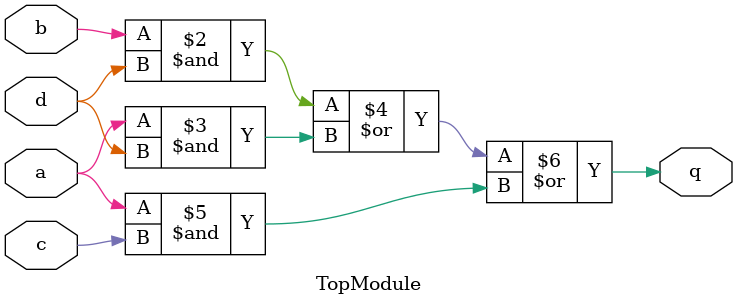
<source format=sv>
module TopModule(
    input logic a,
    input logic b,
    input logic c,
    input logic d,
    output logic q
);

    // Combinational logic for output q
    always @(*) begin
        q = (b & d) | (a & d) | (a & c);
    end

endmodule
</source>
